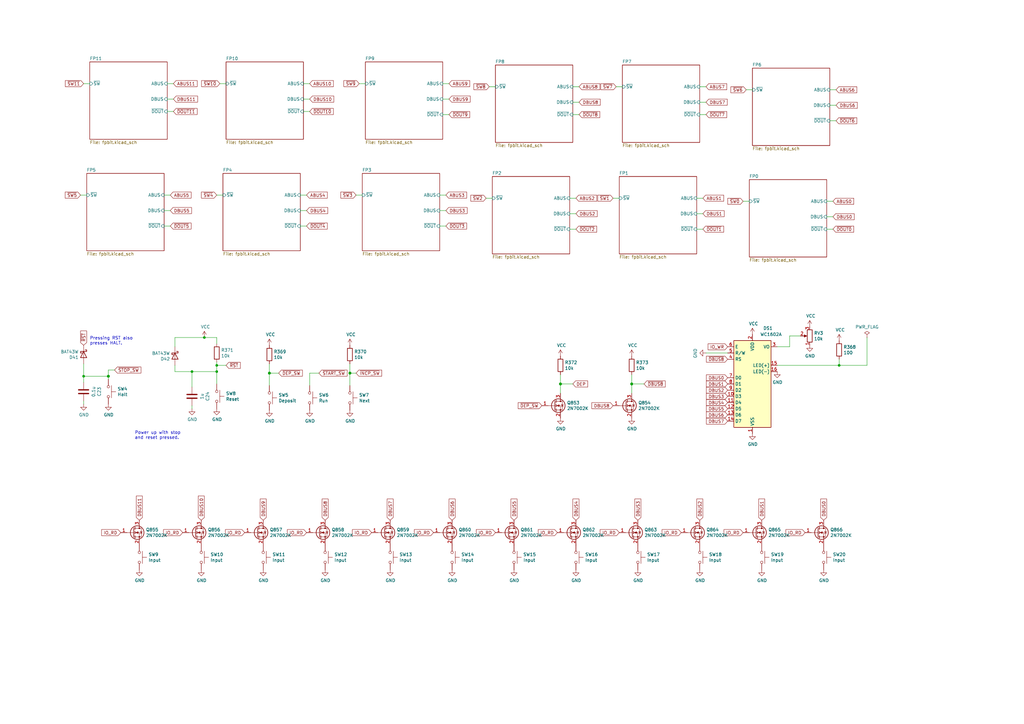
<source format=kicad_sch>
(kicad_sch (version 20210126) (generator eeschema)
  (paper "A3")
  (title_block (title "Q2 Front Panel") (date "2021-02-05") (rev "1") (company "joewing.net"))
  (lib_symbols
    (symbol "Device:C" (pin_numbers hide) (pin_names (offset 0.254))
      (property "Reference" "C" (at 0.635 2.54 0))
      (property "Value" "C" (at 0.635 -2.54 0))
      (symbol "C_0_1"
        (polyline (pts (xy -2.032 -0.762) (xy 2.032 -0.762)) (stroke (width 0.508)))
        (polyline (pts (xy -2.032 0.762) (xy 2.032 0.762)) (stroke (width 0.508)))
      )
      (symbol "C_1_1"
        (pin passive line (at 0 3.81 270) (length 2.794) (name "~") (number "1"))
        (pin passive line (at 0 -3.81 90) (length 2.794) (name "~") (number "2"))
      )
    )
    (symbol "Device:R" (pin_numbers hide) (pin_names (offset 0))
      (property "Reference" "R" (at 2.032 0 90))
      (property "Value" "R" (at 0 0 90))
      (symbol "R_0_1"
        (rectangle (start -1.016 -2.54) (end 1.016 2.54) (stroke (width 0.254)))
      )
      (symbol "R_1_1"
        (pin passive line (at 0 3.81 270) (length 1.27) (name "~") (number "1"))
        (pin passive line (at 0 -3.81 90) (length 1.27) (name "~") (number "2"))
      )
    )
    (symbol "Device:R_Potentiometer" (pin_names (offset 1.016) hide)
      (property "Reference" "RV" (at -4.445 0 90))
      (property "Value" "R_Potentiometer" (at -2.54 0 90))
      (symbol "R_Potentiometer_0_1"
        (rectangle (start 1.016 2.54) (end -1.016 -2.54) (stroke (width 0.254)))
        (polyline (pts (xy 2.54 0) (xy 1.524 0)))
        (polyline (pts (xy 1.143 0) (xy 2.286 0.508) (xy 2.286 -0.508) (xy 1.143 0)) (fill (type outline)))
      )
      (symbol "R_Potentiometer_1_1"
        (pin passive line (at 0 3.81 270) (length 1.27) (name "1") (number "1"))
        (pin passive line (at 3.81 0 180) (length 1.27) (name "2") (number "2"))
        (pin passive line (at 0 -3.81 90) (length 1.27) (name "3") (number "3"))
      )
    )
    (symbol "Diode:1N5819" (pin_numbers hide) (pin_names (offset 1.016) hide)
      (property "Reference" "D" (at 0 2.54 0))
      (property "Value" "1N5819" (at 0 -2.54 0))
      (symbol "1N5819_0_1"
        (polyline (pts (xy 1.27 0) (xy -1.27 0)))
        (polyline (pts (xy 1.27 1.27) (xy 1.27 -1.27) (xy -1.27 0) (xy 1.27 1.27)) (stroke (width 0.254)))
        (polyline (pts (xy -1.905 0.635) (xy -1.905 1.27) (xy -1.27 1.27) (xy -1.27 -1.27) (xy -0.635 -1.27) (xy -0.635 -0.635)) (stroke (width 0.254)))
      )
      (symbol "1N5819_1_1"
        (pin passive line (at -3.81 0 0) (length 2.54) (name "K") (number "1"))
        (pin passive line (at 3.81 0 180) (length 2.54) (name "A") (number "2"))
      )
    )
    (symbol "Display_Character:WC1602A"
      (property "Reference" "DS" (at -5.842 19.05 0))
      (property "Value" "WC1602A" (at 5.334 19.05 0))
      (symbol "WC1602A_1_1"
        (rectangle (start -7.62 17.78) (end 7.62 -17.78) (stroke (width 0.254)) (fill (type background)))
        (pin power_in line (at 0 -20.32 90) (length 2.54) (name "VSS") (number "1"))
        (pin input line (at -10.16 -5.08 0) (length 2.54) (name "D3") (number "10"))
        (pin input line (at -10.16 -7.62 0) (length 2.54) (name "D4") (number "11"))
        (pin input line (at -10.16 -10.16 0) (length 2.54) (name "D5") (number "12"))
        (pin input line (at -10.16 -12.7 0) (length 2.54) (name "D6") (number "13"))
        (pin input line (at -10.16 -15.24 0) (length 2.54) (name "D7") (number "14"))
        (pin power_in line (at 10.16 7.62 180) (length 2.54) (name "LED(+)") (number "15"))
        (pin power_in line (at 10.16 5.08 180) (length 2.54) (name "LED(-)") (number "16"))
        (pin power_in line (at 0 20.32 270) (length 2.54) (name "VDD") (number "2"))
        (pin input line (at 10.16 15.24 180) (length 2.54) (name "VO") (number "3"))
        (pin input line (at -10.16 10.16 0) (length 2.54) (name "RS") (number "4"))
        (pin input line (at -10.16 12.7 0) (length 2.54) (name "R/W") (number "5"))
        (pin input line (at -10.16 15.24 0) (length 2.54) (name "E") (number "6"))
        (pin input line (at -10.16 2.54 0) (length 2.54) (name "D0") (number "7"))
        (pin input line (at -10.16 0 0) (length 2.54) (name "D1") (number "8"))
        (pin input line (at -10.16 -2.54 0) (length 2.54) (name "D2") (number "9"))
      )
    )
    (symbol "Switch:SW_Push" (pin_numbers hide) (pin_names (offset 1.016) hide)
      (property "Reference" "SW" (at 1.27 2.54 0))
      (property "Value" "SW_Push" (at 0 -1.524 0))
      (symbol "SW_Push_0_1"
        (circle (center -2.032 0) (radius 0.508))
        (circle (center 2.032 0) (radius 0.508))
        (polyline (pts (xy 0 1.27) (xy 0 3.048)))
        (polyline (pts (xy 2.54 1.27) (xy -2.54 1.27)))
        (pin passive line (at -5.08 0 0) (length 2.54) (name "1") (number "1"))
        (pin passive line (at 5.08 0 180) (length 2.54) (name "2") (number "2"))
      )
    )
    (symbol "Transistor_FET:2N7002" (pin_names hide)
      (property "Reference" "Q" (at 5.08 1.905 0))
      (property "Value" "2N7002" (at 5.08 0 0))
      (symbol "2N7002_0_1"
        (circle (center 1.651 0) (radius 2.794) (stroke (width 0.254)))
        (circle (center 2.54 -1.778) (radius 0.254) (fill (type outline)))
        (circle (center 2.54 1.778) (radius 0.254) (fill (type outline)))
        (polyline (pts (xy 0.254 0) (xy -2.54 0)))
        (polyline (pts (xy 0.254 1.905) (xy 0.254 -1.905)) (stroke (width 0.254)))
        (polyline (pts (xy 0.762 -1.27) (xy 0.762 -2.286)) (stroke (width 0.254)))
        (polyline (pts (xy 0.762 0.508) (xy 0.762 -0.508)) (stroke (width 0.254)))
        (polyline (pts (xy 0.762 2.286) (xy 0.762 1.27)) (stroke (width 0.254)))
        (polyline (pts (xy 2.54 2.54) (xy 2.54 1.778)))
        (polyline (pts (xy 2.54 -2.54) (xy 2.54 0) (xy 0.762 0)))
        (polyline (pts (xy 0.762 -1.778) (xy 3.302 -1.778) (xy 3.302 1.778) (xy 0.762 1.778)))
        (polyline (pts (xy 1.016 0) (xy 2.032 0.381) (xy 2.032 -0.381) (xy 1.016 0)) (fill (type outline)))
        (polyline (pts (xy 2.794 0.508) (xy 2.921 0.381) (xy 3.683 0.381) (xy 3.81 0.254)))
        (polyline (pts (xy 3.302 0.381) (xy 2.921 -0.254) (xy 3.683 -0.254) (xy 3.302 0.381)))
      )
      (symbol "2N7002_1_1"
        (pin input line (at -5.08 0 0) (length 2.54) (name "G") (number "1"))
        (pin passive line (at 2.54 -5.08 90) (length 2.54) (name "S") (number "2"))
        (pin passive line (at 2.54 5.08 270) (length 2.54) (name "D") (number "3"))
      )
    )
    (symbol "power:GND" (power) (pin_names (offset 0))
      (property "Value" "GND" (at 0 -3.81 0))
      (symbol "GND_0_1"
        (polyline (pts (xy 0 0) (xy 0 -1.27) (xy 1.27 -1.27) (xy 0 -2.54) (xy -1.27 -1.27) (xy 0 -1.27)))
      )
      (symbol "GND_1_1"
        (pin power_in line (at 0 0 270) (length 0) hide (name "GND") (number "1"))
      )
    )
    (symbol "power:PWR_FLAG" (power) (pin_numbers hide) (pin_names (offset 0) hide)
      (property "Value" "PWR_FLAG" (at 0 3.81 0))
      (symbol "PWR_FLAG_0_0"
        (pin power_out line (at 0 0 90) (length 0) (name "pwr") (number "1"))
      )
      (symbol "PWR_FLAG_0_1"
        (polyline (pts (xy 0 0) (xy 0 1.27) (xy -1.016 1.905) (xy 0 2.54) (xy 1.016 1.905) (xy 0 1.27)))
      )
    )
    (symbol "power:VCC" (power) (pin_names (offset 0))
      (property "Value" "VCC" (at 0 3.81 0))
      (symbol "VCC_0_1"
        (polyline (pts (xy -0.762 1.27) (xy 0 2.54)))
        (polyline (pts (xy 0 0) (xy 0 2.54)))
        (polyline (pts (xy 0 2.54) (xy 0.762 1.27)))
      )
      (symbol "VCC_1_1"
        (pin power_in line (at 0 0 90) (length 0) hide (name "VCC") (number "1"))
      )
    )
  )
  (junction (at 34.29 154.305) (diameter 0.9144))
  (junction (at 44.45 154.305) (diameter 1.016))
  (junction (at 78.74 152.4) (diameter 0.9144))
  (junction (at 83.82 138.43) (diameter 0.9144))
  (junction (at 88.9 149.86) (diameter 0.9144))
  (junction (at 88.9 152.4) (diameter 0.9144))
  (junction (at 110.49 153.035) (diameter 1.016))
  (junction (at 143.51 153.035) (diameter 1.016))
  (junction (at 229.87 157.48) (diameter 1.016))
  (junction (at 259.08 157.48) (diameter 1.016))
  (junction (at 344.17 149.86) (diameter 0.9144))
  (wire (pts (xy 33.02 80.01) (xy 35.56 80.01)))
  (wire (pts (xy 34.29 34.29) (xy 36.83 34.29)))
  (wire (pts (xy 34.29 149.225) (xy 34.29 154.305)))
  (wire (pts (xy 34.29 154.305) (xy 34.29 156.845)))
  (wire (pts (xy 34.29 154.305) (xy 44.45 154.305)))
  (wire (pts (xy 34.29 164.465) (xy 34.29 165.735)))
  (wire (pts (xy 44.45 151.765) (xy 44.45 154.305)))
  (wire (pts (xy 44.45 151.765) (xy 46.99 151.765)))
  (wire (pts (xy 44.45 154.305) (xy 44.45 155.575)))
  (wire (pts (xy 67.31 92.71) (xy 69.85 92.71)))
  (wire (pts (xy 68.58 45.72) (xy 71.12 45.72)))
  (wire (pts (xy 69.85 80.01) (xy 67.31 80.01)))
  (wire (pts (xy 69.85 86.36) (xy 67.31 86.36)))
  (wire (pts (xy 71.12 34.29) (xy 68.58 34.29)))
  (wire (pts (xy 71.12 40.64) (xy 68.58 40.64)))
  (wire (pts (xy 71.755 138.43) (xy 83.82 138.43)))
  (wire (pts (xy 71.755 142.24) (xy 71.755 138.43)))
  (wire (pts (xy 71.755 149.86) (xy 71.755 152.4)))
  (wire (pts (xy 78.74 152.4) (xy 71.755 152.4)))
  (wire (pts (xy 78.74 152.4) (xy 78.74 158.75)))
  (wire (pts (xy 78.74 152.4) (xy 88.9 152.4)))
  (wire (pts (xy 78.74 166.37) (xy 78.74 167.64)))
  (wire (pts (xy 83.82 138.43) (xy 88.9 138.43)))
  (wire (pts (xy 88.9 80.01) (xy 91.44 80.01)))
  (wire (pts (xy 88.9 138.43) (xy 88.9 140.97)))
  (wire (pts (xy 88.9 148.59) (xy 88.9 149.86)))
  (wire (pts (xy 88.9 149.86) (xy 88.9 152.4)))
  (wire (pts (xy 88.9 149.86) (xy 92.71 149.86)))
  (wire (pts (xy 88.9 152.4) (xy 88.9 157.48)))
  (wire (pts (xy 90.17 34.29) (xy 92.71 34.29)))
  (wire (pts (xy 110.49 153.035) (xy 110.49 149.225)))
  (wire (pts (xy 110.49 153.035) (xy 110.49 158.115)))
  (wire (pts (xy 110.49 153.035) (xy 114.3 153.035)))
  (wire (pts (xy 123.19 92.71) (xy 125.73 92.71)))
  (wire (pts (xy 124.46 45.72) (xy 127 45.72)))
  (wire (pts (xy 125.73 80.01) (xy 123.19 80.01)))
  (wire (pts (xy 125.73 86.36) (xy 123.19 86.36)))
  (wire (pts (xy 127 34.29) (xy 124.46 34.29)))
  (wire (pts (xy 127 40.64) (xy 124.46 40.64)))
  (wire (pts (xy 127 153.035) (xy 127 158.115)))
  (wire (pts (xy 130.81 153.035) (xy 127 153.035)))
  (wire (pts (xy 143.51 149.225) (xy 143.51 153.035)))
  (wire (pts (xy 143.51 153.035) (xy 143.51 158.115)))
  (wire (pts (xy 146.05 80.01) (xy 148.59 80.01)))
  (wire (pts (xy 146.05 153.035) (xy 143.51 153.035)))
  (wire (pts (xy 147.32 34.29) (xy 149.86 34.29)))
  (wire (pts (xy 180.34 92.71) (xy 182.88 92.71)))
  (wire (pts (xy 181.61 46.99) (xy 184.15 46.99)))
  (wire (pts (xy 182.88 80.01) (xy 180.34 80.01)))
  (wire (pts (xy 182.88 86.36) (xy 180.34 86.36)))
  (wire (pts (xy 184.15 34.29) (xy 181.61 34.29)))
  (wire (pts (xy 184.15 40.64) (xy 181.61 40.64)))
  (wire (pts (xy 199.39 81.28) (xy 201.93 81.28)))
  (wire (pts (xy 200.66 35.56) (xy 203.2 35.56)))
  (wire (pts (xy 229.87 153.67) (xy 229.87 157.48)))
  (wire (pts (xy 229.87 157.48) (xy 229.87 161.29)))
  (wire (pts (xy 229.87 157.48) (xy 234.95 157.48)))
  (wire (pts (xy 233.68 93.98) (xy 236.22 93.98)))
  (wire (pts (xy 234.95 46.99) (xy 237.49 46.99)))
  (wire (pts (xy 236.22 81.28) (xy 233.68 81.28)))
  (wire (pts (xy 236.22 87.63) (xy 233.68 87.63)))
  (wire (pts (xy 237.49 35.56) (xy 234.95 35.56)))
  (wire (pts (xy 237.49 41.91) (xy 234.95 41.91)))
  (wire (pts (xy 251.46 81.28) (xy 254 81.28)))
  (wire (pts (xy 252.73 35.56) (xy 255.27 35.56)))
  (wire (pts (xy 259.08 153.67) (xy 259.08 157.48)))
  (wire (pts (xy 259.08 157.48) (xy 259.08 161.29)))
  (wire (pts (xy 259.08 157.48) (xy 264.16 157.48)))
  (wire (pts (xy 285.75 93.98) (xy 288.29 93.98)))
  (wire (pts (xy 287.02 46.99) (xy 289.56 46.99)))
  (wire (pts (xy 288.29 81.28) (xy 285.75 81.28)))
  (wire (pts (xy 288.29 87.63) (xy 285.75 87.63)))
  (wire (pts (xy 289.56 35.56) (xy 287.02 35.56)))
  (wire (pts (xy 289.56 41.91) (xy 287.02 41.91)))
  (wire (pts (xy 289.56 144.78) (xy 298.45 144.78)))
  (wire (pts (xy 304.8 82.55) (xy 307.34 82.55)))
  (wire (pts (xy 306.07 36.83) (xy 308.61 36.83)))
  (wire (pts (xy 318.77 142.24) (xy 323.85 142.24)))
  (wire (pts (xy 318.77 149.86) (xy 344.17 149.86)))
  (wire (pts (xy 323.85 137.795) (xy 328.295 137.795)))
  (wire (pts (xy 323.85 142.24) (xy 323.85 137.795)))
  (wire (pts (xy 339.09 93.98) (xy 341.63 93.98)))
  (wire (pts (xy 340.36 49.53) (xy 342.9 49.53)))
  (wire (pts (xy 341.63 82.55) (xy 339.09 82.55)))
  (wire (pts (xy 341.63 88.9) (xy 339.09 88.9)))
  (wire (pts (xy 342.9 36.83) (xy 340.36 36.83)))
  (wire (pts (xy 342.9 43.18) (xy 340.36 43.18)))
  (wire (pts (xy 344.17 149.86) (xy 344.17 147.32)))
  (wire (pts (xy 344.17 149.86) (xy 355.6 149.86)))
  (wire (pts (xy 355.6 149.86) (xy 355.6 138.43)))
  (text "Pressing RST also\npresses HALT." (at 36.83 141.605 0) (effects (font (size 1.27 1.27)) (justify left bottom)))
  (text "Power up with stop\nand reset pressed." (at 55.245 180.34 0) (effects (font (size 1.27 1.27)) (justify left bottom)))
  (global_label "~SW5" (shape input) (at 33.02 80.01 180) (property "Intersheet References" "${INTERSHEET_REFS}" (effects hide)))
  (global_label "~SW11" (shape input) (at 34.29 34.29 180) (property "Intersheet References" "${INTERSHEET_REFS}" (effects hide)))
  (global_label "~RST" (shape input) (at 34.29 141.605 90) (property "Intersheet References" "${INTERSHEET_REFS}" (effects hide)))
  (global_label "~STOP_SW" (shape input) (at 46.99 151.765 0) (property "Intersheet References" "${INTERSHEET_REFS}" (effects hide)))
  (global_label "IO_RD" (shape input) (at 49.53 218.44 180) (property "Intersheet References" "${INTERSHEET_REFS}" (effects hide)))
  (global_label "DBUS11" (shape input) (at 57.15 213.36 90) (property "Intersheet References" "${INTERSHEET_REFS}" (effects hide)))
  (global_label "ABUS5" (shape input) (at 69.85 80.01 0) (property "Intersheet References" "${INTERSHEET_REFS}" (effects hide)))
  (global_label "DBUS5" (shape input) (at 69.85 86.36 0) (property "Intersheet References" "${INTERSHEET_REFS}" (effects hide)))
  (global_label "~DOUT5" (shape input) (at 69.85 92.71 0) (property "Intersheet References" "${INTERSHEET_REFS}" (effects hide)))
  (global_label "ABUS11" (shape input) (at 71.12 34.29 0) (property "Intersheet References" "${INTERSHEET_REFS}" (effects hide)))
  (global_label "DBUS11" (shape input) (at 71.12 40.64 0) (property "Intersheet References" "${INTERSHEET_REFS}" (effects hide)))
  (global_label "~DOUT11" (shape input) (at 71.12 45.72 0) (property "Intersheet References" "${INTERSHEET_REFS}" (effects hide)))
  (global_label "IO_RD" (shape input) (at 74.93 218.44 180) (property "Intersheet References" "${INTERSHEET_REFS}" (effects hide)))
  (global_label "DBUS10" (shape input) (at 82.55 213.36 90) (property "Intersheet References" "${INTERSHEET_REFS}" (effects hide)))
  (global_label "~SW4" (shape input) (at 88.9 80.01 180) (property "Intersheet References" "${INTERSHEET_REFS}" (effects hide)))
  (global_label "~SW10" (shape input) (at 90.17 34.29 180) (property "Intersheet References" "${INTERSHEET_REFS}" (effects hide)))
  (global_label "~RST" (shape input) (at 92.71 149.86 0) (property "Intersheet References" "${INTERSHEET_REFS}" (effects hide)))
  (global_label "IO_RD" (shape input) (at 100.33 218.44 180) (property "Intersheet References" "${INTERSHEET_REFS}" (effects hide)))
  (global_label "DBUS9" (shape input) (at 107.95 213.36 90) (property "Intersheet References" "${INTERSHEET_REFS}" (effects hide)))
  (global_label "~DEP_SW" (shape input) (at 114.3 153.035 0) (property "Intersheet References" "${INTERSHEET_REFS}" (effects hide)))
  (global_label "ABUS4" (shape input) (at 125.73 80.01 0) (property "Intersheet References" "${INTERSHEET_REFS}" (effects hide)))
  (global_label "DBUS4" (shape input) (at 125.73 86.36 0) (property "Intersheet References" "${INTERSHEET_REFS}" (effects hide)))
  (global_label "~DOUT4" (shape input) (at 125.73 92.71 0) (property "Intersheet References" "${INTERSHEET_REFS}" (effects hide)))
  (global_label "IO_RD" (shape input) (at 125.73 218.44 180) (property "Intersheet References" "${INTERSHEET_REFS}" (effects hide)))
  (global_label "ABUS10" (shape input) (at 127 34.29 0) (property "Intersheet References" "${INTERSHEET_REFS}" (effects hide)))
  (global_label "DBUS10" (shape input) (at 127 40.64 0) (property "Intersheet References" "${INTERSHEET_REFS}" (effects hide)))
  (global_label "~DOUT10" (shape input) (at 127 45.72 0) (property "Intersheet References" "${INTERSHEET_REFS}" (effects hide)))
  (global_label "~START_SW" (shape input) (at 130.81 153.035 0) (property "Intersheet References" "${INTERSHEET_REFS}" (effects hide)))
  (global_label "DBUS8" (shape input) (at 133.35 213.36 90) (property "Intersheet References" "${INTERSHEET_REFS}" (effects hide)))
  (global_label "~SW3" (shape input) (at 146.05 80.01 180) (property "Intersheet References" "${INTERSHEET_REFS}" (effects hide)))
  (global_label "~INCP_SW" (shape input) (at 146.05 153.035 0) (property "Intersheet References" "${INTERSHEET_REFS}" (effects hide)))
  (global_label "~SW9" (shape input) (at 147.32 34.29 180) (property "Intersheet References" "${INTERSHEET_REFS}" (effects hide)))
  (global_label "IO_RD" (shape input) (at 152.4 218.44 180) (property "Intersheet References" "${INTERSHEET_REFS}" (effects hide)))
  (global_label "DBUS7" (shape input) (at 160.02 213.36 90) (property "Intersheet References" "${INTERSHEET_REFS}" (effects hide)))
  (global_label "IO_RD" (shape input) (at 177.8 218.44 180) (property "Intersheet References" "${INTERSHEET_REFS}" (effects hide)))
  (global_label "ABUS3" (shape input) (at 182.88 80.01 0) (property "Intersheet References" "${INTERSHEET_REFS}" (effects hide)))
  (global_label "DBUS3" (shape input) (at 182.88 86.36 0) (property "Intersheet References" "${INTERSHEET_REFS}" (effects hide)))
  (global_label "~DOUT3" (shape input) (at 182.88 92.71 0) (property "Intersheet References" "${INTERSHEET_REFS}" (effects hide)))
  (global_label "ABUS9" (shape input) (at 184.15 34.29 0) (property "Intersheet References" "${INTERSHEET_REFS}" (effects hide)))
  (global_label "DBUS9" (shape input) (at 184.15 40.64 0) (property "Intersheet References" "${INTERSHEET_REFS}" (effects hide)))
  (global_label "~DOUT9" (shape input) (at 184.15 46.99 0) (property "Intersheet References" "${INTERSHEET_REFS}" (effects hide)))
  (global_label "DBUS6" (shape input) (at 185.42 213.36 90) (property "Intersheet References" "${INTERSHEET_REFS}" (effects hide)))
  (global_label "~SW2" (shape input) (at 199.39 81.28 180) (property "Intersheet References" "${INTERSHEET_REFS}" (effects hide)))
  (global_label "~SW8" (shape input) (at 200.66 35.56 180) (property "Intersheet References" "${INTERSHEET_REFS}" (effects hide)))
  (global_label "IO_RD" (shape input) (at 203.2 218.44 180) (property "Intersheet References" "${INTERSHEET_REFS}" (effects hide)))
  (global_label "DBUS5" (shape input) (at 210.82 213.36 90) (property "Intersheet References" "${INTERSHEET_REFS}" (effects hide)))
  (global_label "~DEP_SW" (shape input) (at 222.25 166.37 180) (property "Intersheet References" "${INTERSHEET_REFS}" (effects hide)))
  (global_label "IO_RD" (shape input) (at 228.6 218.44 180) (property "Intersheet References" "${INTERSHEET_REFS}" (effects hide)))
  (global_label "DEP" (shape input) (at 234.95 157.48 0) (property "Intersheet References" "${INTERSHEET_REFS}" (effects hide)))
  (global_label "ABUS2" (shape input) (at 236.22 81.28 0) (property "Intersheet References" "${INTERSHEET_REFS}" (effects hide)))
  (global_label "DBUS2" (shape input) (at 236.22 87.63 0) (property "Intersheet References" "${INTERSHEET_REFS}" (effects hide)))
  (global_label "~DOUT2" (shape input) (at 236.22 93.98 0) (property "Intersheet References" "${INTERSHEET_REFS}" (effects hide)))
  (global_label "DBUS4" (shape input) (at 236.22 213.36 90) (property "Intersheet References" "${INTERSHEET_REFS}" (effects hide)))
  (global_label "ABUS8" (shape input) (at 237.49 35.56 0) (property "Intersheet References" "${INTERSHEET_REFS}" (effects hide)))
  (global_label "DBUS8" (shape input) (at 237.49 41.91 0) (property "Intersheet References" "${INTERSHEET_REFS}" (effects hide)))
  (global_label "~DOUT8" (shape input) (at 237.49 46.99 0) (property "Intersheet References" "${INTERSHEET_REFS}" (effects hide)))
  (global_label "~SW1" (shape input) (at 251.46 81.28 180) (property "Intersheet References" "${INTERSHEET_REFS}" (effects hide)))
  (global_label "DBUS8" (shape input) (at 251.46 166.37 180) (property "Intersheet References" "${INTERSHEET_REFS}" (effects hide)))
  (global_label "~SW7" (shape input) (at 252.73 35.56 180) (property "Intersheet References" "${INTERSHEET_REFS}" (effects hide)))
  (global_label "IO_RD" (shape input) (at 254 218.44 180) (property "Intersheet References" "${INTERSHEET_REFS}" (effects hide)))
  (global_label "DBUS3" (shape input) (at 261.62 213.36 90) (property "Intersheet References" "${INTERSHEET_REFS}" (effects hide)))
  (global_label "~DBUS8" (shape input) (at 264.16 157.48 0) (property "Intersheet References" "${INTERSHEET_REFS}" (effects hide)))
  (global_label "IO_RD" (shape input) (at 279.4 218.44 180) (property "Intersheet References" "${INTERSHEET_REFS}" (effects hide)))
  (global_label "DBUS2" (shape input) (at 287.02 213.36 90) (property "Intersheet References" "${INTERSHEET_REFS}" (effects hide)))
  (global_label "ABUS1" (shape input) (at 288.29 81.28 0) (property "Intersheet References" "${INTERSHEET_REFS}" (effects hide)))
  (global_label "DBUS1" (shape input) (at 288.29 87.63 0) (property "Intersheet References" "${INTERSHEET_REFS}" (effects hide)))
  (global_label "~DOUT1" (shape input) (at 288.29 93.98 0) (property "Intersheet References" "${INTERSHEET_REFS}" (effects hide)))
  (global_label "ABUS7" (shape input) (at 289.56 35.56 0) (property "Intersheet References" "${INTERSHEET_REFS}" (effects hide)))
  (global_label "DBUS7" (shape input) (at 289.56 41.91 0) (property "Intersheet References" "${INTERSHEET_REFS}" (effects hide)))
  (global_label "~DOUT7" (shape input) (at 289.56 46.99 0) (property "Intersheet References" "${INTERSHEET_REFS}" (effects hide)))
  (global_label "IO_WR" (shape input) (at 298.45 142.24 180) (property "Intersheet References" "${INTERSHEET_REFS}" (effects hide)))
  (global_label "~DBUS8" (shape input) (at 298.45 147.32 180) (property "Intersheet References" "${INTERSHEET_REFS}" (effects hide)))
  (global_label "DBUS0" (shape input) (at 298.45 154.94 180) (property "Intersheet References" "${INTERSHEET_REFS}" (effects hide)))
  (global_label "DBUS1" (shape input) (at 298.45 157.48 180) (property "Intersheet References" "${INTERSHEET_REFS}" (effects hide)))
  (global_label "DBUS2" (shape input) (at 298.45 160.02 180) (property "Intersheet References" "${INTERSHEET_REFS}" (effects hide)))
  (global_label "DBUS3" (shape input) (at 298.45 162.56 180) (property "Intersheet References" "${INTERSHEET_REFS}" (effects hide)))
  (global_label "DBUS4" (shape input) (at 298.45 165.1 180) (property "Intersheet References" "${INTERSHEET_REFS}" (effects hide)))
  (global_label "DBUS5" (shape input) (at 298.45 167.64 180) (property "Intersheet References" "${INTERSHEET_REFS}" (effects hide)))
  (global_label "DBUS6" (shape input) (at 298.45 170.18 180) (property "Intersheet References" "${INTERSHEET_REFS}" (effects hide)))
  (global_label "DBUS7" (shape input) (at 298.45 172.72 180) (property "Intersheet References" "${INTERSHEET_REFS}" (effects hide)))
  (global_label "~SW0" (shape input) (at 304.8 82.55 180) (property "Intersheet References" "${INTERSHEET_REFS}" (effects hide)))
  (global_label "IO_RD" (shape input) (at 304.8 218.44 180) (property "Intersheet References" "${INTERSHEET_REFS}" (effects hide)))
  (global_label "~SW6" (shape input) (at 306.07 36.83 180) (property "Intersheet References" "${INTERSHEET_REFS}" (effects hide)))
  (global_label "DBUS1" (shape input) (at 312.42 213.36 90) (property "Intersheet References" "${INTERSHEET_REFS}" (effects hide)))
  (global_label "IO_RD" (shape input) (at 330.2 218.44 180) (property "Intersheet References" "${INTERSHEET_REFS}" (effects hide)))
  (global_label "DBUS0" (shape input) (at 337.82 213.36 90) (property "Intersheet References" "${INTERSHEET_REFS}" (effects hide)))
  (global_label "ABUS0" (shape input) (at 341.63 82.55 0) (property "Intersheet References" "${INTERSHEET_REFS}" (effects hide)))
  (global_label "DBUS0" (shape input) (at 341.63 88.9 0) (property "Intersheet References" "${INTERSHEET_REFS}" (effects hide)))
  (global_label "~DOUT0" (shape input) (at 341.63 93.98 0) (property "Intersheet References" "${INTERSHEET_REFS}" (effects hide)))
  (global_label "ABUS6" (shape input) (at 342.9 36.83 0) (property "Intersheet References" "${INTERSHEET_REFS}" (effects hide)))
  (global_label "DBUS6" (shape input) (at 342.9 43.18 0) (property "Intersheet References" "${INTERSHEET_REFS}" (effects hide)))
  (global_label "~DOUT6" (shape input) (at 342.9 49.53 0) (property "Intersheet References" "${INTERSHEET_REFS}" (effects hide)))
  (symbol (lib_id "power:PWR_FLAG") (at 355.6 138.43 0) (unit 1)
    (property "Reference" "#FLG02" (effects hide))
    (property "Value" "PWR_FLAG" (at 355.6 134.1056 0))
  )
  (symbol (lib_id "power:VCC") (at 83.82 138.43 0) (unit 1)
    (property "Reference" "#PWR0731" (effects hide))
    (property "Value" "VCC" (at 84.2518 134.0358 0))
  )
  (symbol (lib_id "power:VCC") (at 110.49 141.605 0) (unit 1)
    (property "Reference" "#PWR0733" (effects hide))
    (property "Value" "VCC" (at 110.9218 137.2108 0))
  )
  (symbol (lib_id "power:VCC") (at 143.51 141.605 0) (unit 1)
    (property "Reference" "#PWR0734" (effects hide))
    (property "Value" "VCC" (at 143.9418 137.2108 0))
  )
  (symbol (lib_id "power:VCC") (at 229.87 146.05 0) (unit 1)
    (property "Reference" "#PWR0737" (effects hide))
    (property "Value" "VCC" (at 230.3018 141.6558 0))
  )
  (symbol (lib_id "power:VCC") (at 259.08 146.05 0) (unit 1)
    (property "Reference" "#PWR0738" (effects hide))
    (property "Value" "VCC" (at 259.5118 141.6558 0))
  )
  (symbol (lib_id "power:VCC") (at 308.61 137.16 0) (unit 1)
    (property "Reference" "#PWR0730" (effects hide))
    (property "Value" "VCC" (at 309.0418 132.7658 0))
  )
  (symbol (lib_id "power:VCC") (at 332.105 133.985 0) (unit 1)
    (property "Reference" "#PWR0729" (effects hide))
    (property "Value" "VCC" (at 332.5368 129.5908 0))
  )
  (symbol (lib_id "power:VCC") (at 344.17 139.7 0) (unit 1)
    (property "Reference" "#PWR0732" (effects hide))
    (property "Value" "VCC" (at 344.6018 135.3058 0))
  )
  (symbol (lib_id "power:GND") (at 34.29 165.735 0) (unit 1)
    (property "Reference" "#PWR0740" (effects hide))
    (property "Value" "GND" (at 34.417 170.1292 0))
  )
  (symbol (lib_id "power:GND") (at 44.45 165.735 0) (unit 1)
    (property "Reference" "#PWR0741" (effects hide))
    (property "Value" "GND" (at 44.577 170.1292 0))
  )
  (symbol (lib_id "power:GND") (at 57.15 233.68 0) (unit 1)
    (property "Reference" "#PWR0751" (effects hide))
    (property "Value" "GND" (at 57.277 238.0742 0))
  )
  (symbol (lib_id "power:GND") (at 78.74 167.64 0) (unit 1)
    (property "Reference" "#PWR0746" (effects hide))
    (property "Value" "GND" (at 78.867 172.0342 0))
  )
  (symbol (lib_id "power:GND") (at 82.55 233.68 0) (unit 1)
    (property "Reference" "#PWR0752" (effects hide))
    (property "Value" "GND" (at 82.677 238.0742 0))
  )
  (symbol (lib_id "power:GND") (at 88.9 167.64 0) (unit 1)
    (property "Reference" "#PWR0747" (effects hide))
    (property "Value" "GND" (at 89.027 172.0342 0))
  )
  (symbol (lib_id "power:GND") (at 107.95 233.68 0) (unit 1)
    (property "Reference" "#PWR0753" (effects hide))
    (property "Value" "GND" (at 108.077 238.0742 0))
  )
  (symbol (lib_id "power:GND") (at 110.49 168.275 0) (unit 1)
    (property "Reference" "#PWR0743" (effects hide))
    (property "Value" "GND" (at 110.617 172.6692 0))
  )
  (symbol (lib_id "power:GND") (at 127 168.275 0) (unit 1)
    (property "Reference" "#PWR0744" (effects hide))
    (property "Value" "GND" (at 127.127 172.6692 0))
  )
  (symbol (lib_id "power:GND") (at 133.35 233.68 0) (unit 1)
    (property "Reference" "#PWR0754" (effects hide))
    (property "Value" "GND" (at 133.477 238.0742 0))
  )
  (symbol (lib_id "power:GND") (at 143.51 168.275 0) (unit 1)
    (property "Reference" "#PWR0745" (effects hide))
    (property "Value" "GND" (at 143.637 172.6692 0))
  )
  (symbol (lib_id "power:GND") (at 160.02 233.68 0) (unit 1)
    (property "Reference" "#PWR0755" (effects hide))
    (property "Value" "GND" (at 160.147 238.0742 0))
  )
  (symbol (lib_id "power:GND") (at 185.42 233.68 0) (unit 1)
    (property "Reference" "#PWR0756" (effects hide))
    (property "Value" "GND" (at 185.547 238.0742 0))
  )
  (symbol (lib_id "power:GND") (at 210.82 233.68 0) (unit 1)
    (property "Reference" "#PWR0757" (effects hide))
    (property "Value" "GND" (at 210.947 238.0742 0))
  )
  (symbol (lib_id "power:GND") (at 229.87 171.45 0) (unit 1)
    (property "Reference" "#PWR0748" (effects hide))
    (property "Value" "GND" (at 229.997 175.8442 0))
  )
  (symbol (lib_id "power:GND") (at 236.22 233.68 0) (unit 1)
    (property "Reference" "#PWR0758" (effects hide))
    (property "Value" "GND" (at 236.347 238.0742 0))
  )
  (symbol (lib_id "power:GND") (at 259.08 171.45 0) (unit 1)
    (property "Reference" "#PWR0749" (effects hide))
    (property "Value" "GND" (at 259.207 175.8442 0))
  )
  (symbol (lib_id "power:GND") (at 261.62 233.68 0) (unit 1)
    (property "Reference" "#PWR0759" (effects hide))
    (property "Value" "GND" (at 261.747 238.0742 0))
  )
  (symbol (lib_id "power:GND") (at 287.02 233.68 0) (unit 1)
    (property "Reference" "#PWR0760" (effects hide))
    (property "Value" "GND" (at 287.147 238.0742 0))
  )
  (symbol (lib_id "power:GND") (at 289.56 144.78 270) (unit 1)
    (property "Reference" "#PWR0736" (effects hide))
    (property "Value" "GND" (at 285.1658 144.907 0))
  )
  (symbol (lib_id "power:GND") (at 308.61 177.8 0) (unit 1)
    (property "Reference" "#PWR0750" (effects hide))
    (property "Value" "GND" (at 308.737 182.1942 0))
  )
  (symbol (lib_id "power:GND") (at 312.42 233.68 0) (unit 1)
    (property "Reference" "#PWR0761" (effects hide))
    (property "Value" "GND" (at 312.547 238.0742 0))
  )
  (symbol (lib_id "power:GND") (at 318.77 152.4 0) (unit 1)
    (property "Reference" "#PWR0739" (effects hide))
    (property "Value" "GND" (at 318.897 156.7942 0))
  )
  (symbol (lib_id "power:GND") (at 332.105 141.605 0) (unit 1)
    (property "Reference" "#PWR0735" (effects hide))
    (property "Value" "GND" (at 332.232 145.9992 0))
  )
  (symbol (lib_id "power:GND") (at 337.82 233.68 0) (unit 1)
    (property "Reference" "#PWR0762" (effects hide))
    (property "Value" "GND" (at 337.947 238.0742 0))
  )
  (symbol (lib_id "Device:R") (at 88.9 144.78 0) (unit 1)
    (property "Reference" "R371" (at 90.678 143.6116 0) (effects (justify left)))
    (property "Value" "10k" (at 90.678 145.923 0) (effects (justify left)))
    (property "Footprint" "Resistor_SMD:R_0805_2012Metric" (effects hide))
    (property "LCSC" "C17414" (effects hide))
  )
  (symbol (lib_id "Device:R") (at 110.49 145.415 0) (unit 1)
    (property "Reference" "R369" (at 112.268 144.2466 0) (effects (justify left)))
    (property "Value" "10k" (at 112.268 146.558 0) (effects (justify left)))
    (property "Footprint" "Resistor_SMD:R_0805_2012Metric" (effects hide))
    (property "LCSC" "C17414" (effects hide))
  )
  (symbol (lib_id "Device:R") (at 143.51 145.415 0) (unit 1)
    (property "Reference" "R370" (at 145.288 144.2466 0) (effects (justify left)))
    (property "Value" "10k" (at 145.288 146.558 0) (effects (justify left)))
    (property "Footprint" "Resistor_SMD:R_0805_2012Metric" (effects hide))
    (property "LCSC" "C17414" (effects hide))
  )
  (symbol (lib_id "Device:R") (at 229.87 149.86 0) (unit 1)
    (property "Reference" "R372" (at 231.648 148.6916 0) (effects (justify left)))
    (property "Value" "10k" (at 231.648 151.003 0) (effects (justify left)))
    (property "Footprint" "Resistor_SMD:R_0805_2012Metric" (effects hide))
    (property "LCSC" "C17414" (effects hide))
  )
  (symbol (lib_id "Device:R") (at 259.08 149.86 0) (unit 1)
    (property "Reference" "R373" (at 260.858 148.6916 0) (effects (justify left)))
    (property "Value" "10k" (at 260.858 151.003 0) (effects (justify left)))
    (property "Footprint" "Resistor_SMD:R_0805_2012Metric" (effects hide))
    (property "LCSC" "C17414" (effects hide))
  )
  (symbol (lib_id "Device:R") (at 344.17 143.51 0) (unit 1)
    (property "Reference" "R368" (at 345.948 142.3416 0) (effects (justify left)))
    (property "Value" "100" (at 345.948 144.653 0) (effects (justify left)))
    (property "Footprint" "Resistor_SMD:R_1206_3216Metric" (effects hide))
    (property "LCSC" "C17901" (effects hide))
  )
  (symbol (lib_id "Diode:1N5819") (at 34.29 145.415 270) (unit 1)
    (property "Reference" "D41" (at 32.2579 146.5644 90) (effects (justify right)))
    (property "Value" "BAT43W" (at 32.2579 144.2657 90) (effects (justify right)))
    (property "Footprint" "Diode_SMD:D_SOD-123" (effects hide))
    (property "Datasheet" "https://datasheet.lcsc.com/szlcsc/Changjiang-Electronics-Tech-CJ-BAT43W_C19167.pdf" (effects hide))
    (property "LCSC" "C19167" (effects hide))
  )
  (symbol (lib_id "Diode:1N5819") (at 71.755 146.05 270) (unit 1)
    (property "Reference" "D42" (at 69.7229 147.1994 90) (effects (justify right)))
    (property "Value" "BAT43W" (at 69.7229 144.9007 90) (effects (justify right)))
    (property "Footprint" "Diode_SMD:D_SOD-123" (effects hide))
    (property "Datasheet" "https://datasheet.lcsc.com/szlcsc/Changjiang-Electronics-Tech-CJ-BAT43W_C19167.pdf" (effects hide))
    (property "LCSC" "C19167" (effects hide))
  )
  (symbol (lib_id "Device:C") (at 34.29 160.655 180) (unit 1)
    (property "Reference" "C23" (at 40.6908 160.655 90))
    (property "Value" "0.1u" (at 38.379 160.655 90))
    (property "Footprint" "Capacitor_SMD:C_0805_2012Metric" (effects hide))
    (property "LCSC" "C49678" (effects hide))
  )
  (symbol (lib_id "Device:C") (at 78.74 162.56 180) (unit 1)
    (property "Reference" "C24" (at 85.1408 162.56 90))
    (property "Value" "1u" (at 82.829 162.56 90))
    (property "Footprint" "Capacitor_SMD:C_0805_2012Metric" (effects hide))
    (property "LCSC" "C28323" (effects hide))
  )
  (symbol (lib_id "Switch:SW_Push") (at 44.45 160.655 270) (unit 1)
    (property "Reference" "SW4" (at 48.2092 159.4866 90) (effects (justify left)))
    (property "Value" "Halt" (at 48.2092 161.798 90) (effects (justify left)))
    (property "Footprint" "Button_Switch_SMD:SW_SPST_PTS645" (effects hide))
    (property "LCSC" "C620316" (effects hide))
  )
  (symbol (lib_id "Switch:SW_Push") (at 57.15 228.6 270) (unit 1)
    (property "Reference" "SW9" (at 60.9092 227.4316 90) (effects (justify left)))
    (property "Value" "Input" (at 60.9092 229.743 90) (effects (justify left)))
    (property "Footprint" "Button_Switch_SMD:SW_SPST_PTS645" (effects hide))
    (property "LCSC" "C620316" (effects hide))
  )
  (symbol (lib_id "Switch:SW_Push") (at 82.55 228.6 270) (unit 1)
    (property "Reference" "SW10" (at 86.3092 227.4316 90) (effects (justify left)))
    (property "Value" "Input" (at 86.3092 229.743 90) (effects (justify left)))
    (property "Footprint" "Button_Switch_SMD:SW_SPST_PTS645" (effects hide))
    (property "LCSC" "C620316" (effects hide))
  )
  (symbol (lib_id "Switch:SW_Push") (at 88.9 162.56 270) (unit 1)
    (property "Reference" "SW8" (at 92.6592 161.3916 90) (effects (justify left)))
    (property "Value" "Reset" (at 92.6592 163.703 90) (effects (justify left)))
    (property "Footprint" "Button_Switch_SMD:SW_SPST_PTS645" (effects hide))
    (property "LCSC" "C620316" (effects hide))
  )
  (symbol (lib_id "Switch:SW_Push") (at 107.95 228.6 270) (unit 1)
    (property "Reference" "SW11" (at 111.7092 227.4316 90) (effects (justify left)))
    (property "Value" "Input" (at 111.7092 229.743 90) (effects (justify left)))
    (property "Footprint" "Button_Switch_SMD:SW_SPST_PTS645" (effects hide))
    (property "LCSC" "C620316" (effects hide))
  )
  (symbol (lib_id "Switch:SW_Push") (at 110.49 163.195 270) (unit 1)
    (property "Reference" "SW5" (at 114.2492 162.0266 90) (effects (justify left)))
    (property "Value" "Deposit" (at 114.2492 164.338 90) (effects (justify left)))
    (property "Footprint" "Button_Switch_SMD:SW_SPST_PTS645" (effects hide))
    (property "LCSC" "C620316" (effects hide))
  )
  (symbol (lib_id "Switch:SW_Push") (at 127 163.195 270) (unit 1)
    (property "Reference" "SW6" (at 130.7592 162.0266 90) (effects (justify left)))
    (property "Value" "Run" (at 130.7592 164.338 90) (effects (justify left)))
    (property "Footprint" "Button_Switch_SMD:SW_SPST_PTS645" (effects hide))
    (property "LCSC" "C620316" (effects hide))
  )
  (symbol (lib_id "Switch:SW_Push") (at 133.35 228.6 270) (unit 1)
    (property "Reference" "SW12" (at 137.1092 227.4316 90) (effects (justify left)))
    (property "Value" "Input" (at 137.1092 229.743 90) (effects (justify left)))
    (property "Footprint" "Button_Switch_SMD:SW_SPST_PTS645" (effects hide))
    (property "LCSC" "C620316" (effects hide))
  )
  (symbol (lib_id "Switch:SW_Push") (at 143.51 163.195 270) (unit 1)
    (property "Reference" "SW7" (at 147.2692 162.0266 90) (effects (justify left)))
    (property "Value" "Next" (at 147.2692 164.338 90) (effects (justify left)))
    (property "Footprint" "Button_Switch_SMD:SW_SPST_PTS645" (effects hide))
    (property "LCSC" "C620316" (effects hide))
  )
  (symbol (lib_id "Switch:SW_Push") (at 160.02 228.6 270) (unit 1)
    (property "Reference" "SW13" (at 163.7792 227.4316 90) (effects (justify left)))
    (property "Value" "Input" (at 163.7792 229.743 90) (effects (justify left)))
    (property "Footprint" "Button_Switch_SMD:SW_SPST_PTS645" (effects hide))
    (property "LCSC" "C620316" (effects hide))
  )
  (symbol (lib_id "Switch:SW_Push") (at 185.42 228.6 270) (unit 1)
    (property "Reference" "SW14" (at 189.1792 227.4316 90) (effects (justify left)))
    (property "Value" "Input" (at 189.1792 229.743 90) (effects (justify left)))
    (property "Footprint" "Button_Switch_SMD:SW_SPST_PTS645" (effects hide))
    (property "LCSC" "C620316" (effects hide))
  )
  (symbol (lib_id "Switch:SW_Push") (at 210.82 228.6 270) (unit 1)
    (property "Reference" "SW15" (at 214.5792 227.4316 90) (effects (justify left)))
    (property "Value" "Input" (at 214.5792 229.743 90) (effects (justify left)))
    (property "Footprint" "Button_Switch_SMD:SW_SPST_PTS645" (effects hide))
    (property "LCSC" "C620316" (effects hide))
  )
  (symbol (lib_id "Switch:SW_Push") (at 236.22 228.6 270) (unit 1)
    (property "Reference" "SW16" (at 239.9792 227.4316 90) (effects (justify left)))
    (property "Value" "Input" (at 239.9792 229.743 90) (effects (justify left)))
    (property "Footprint" "Button_Switch_SMD:SW_SPST_PTS645" (effects hide))
    (property "LCSC" "C620316" (effects hide))
  )
  (symbol (lib_id "Switch:SW_Push") (at 261.62 228.6 270) (unit 1)
    (property "Reference" "SW17" (at 265.3792 227.4316 90) (effects (justify left)))
    (property "Value" "Input" (at 265.3792 229.743 90) (effects (justify left)))
    (property "Footprint" "Button_Switch_SMD:SW_SPST_PTS645" (effects hide))
    (property "LCSC" "C620316" (effects hide))
  )
  (symbol (lib_id "Switch:SW_Push") (at 287.02 228.6 270) (unit 1)
    (property "Reference" "SW18" (at 290.7792 227.4316 90) (effects (justify left)))
    (property "Value" "Input" (at 290.7792 229.743 90) (effects (justify left)))
    (property "Footprint" "Button_Switch_SMD:SW_SPST_PTS645" (effects hide))
    (property "LCSC" "C620316" (effects hide))
  )
  (symbol (lib_id "Switch:SW_Push") (at 312.42 228.6 270) (unit 1)
    (property "Reference" "SW19" (at 316.1792 227.4316 90) (effects (justify left)))
    (property "Value" "Input" (at 316.1792 229.743 90) (effects (justify left)))
    (property "Footprint" "Button_Switch_SMD:SW_SPST_PTS645" (effects hide))
    (property "LCSC" "C620316" (effects hide))
  )
  (symbol (lib_id "Switch:SW_Push") (at 337.82 228.6 270) (unit 1)
    (property "Reference" "SW20" (at 341.5792 227.4316 90) (effects (justify left)))
    (property "Value" "Input" (at 341.5792 229.743 90) (effects (justify left)))
    (property "Footprint" "Button_Switch_SMD:SW_SPST_PTS645" (effects hide))
    (property "LCSC" "C620316" (effects hide))
  )
  (symbol (lib_id "Device:R_Potentiometer") (at 332.105 137.795 180) (unit 1)
    (property "Reference" "RV3" (at 333.883 136.6266 0) (effects (justify right)))
    (property "Value" "10k" (at 333.883 138.938 0) (effects (justify right)))
    (property "Footprint" "Potentiometer_THT:Potentiometer_Bourns_3386P_Vertical" (effects hide))
  )
  (symbol (lib_id "Transistor_FET:2N7002") (at 54.61 218.44 0) (unit 1)
    (property "Reference" "Q855" (at 59.8424 217.2716 0) (effects (justify left)))
    (property "Value" "2N7002K" (at 59.842 219.583 0) (effects (justify left)))
    (property "Footprint" "Package_TO_SOT_SMD:SOT-23" (effects hide))
    (property "Datasheet" "https://datasheet.lcsc.com/szlcsc/Guangdong-Hottech-2N7002K_C181083.pdf" (effects hide))
    (property "LCSC" "C181083" (effects hide))
  )
  (symbol (lib_id "Transistor_FET:2N7002") (at 80.01 218.44 0) (unit 1)
    (property "Reference" "Q856" (at 85.2424 217.2716 0) (effects (justify left)))
    (property "Value" "2N7002K" (at 85.242 219.583 0) (effects (justify left)))
    (property "Footprint" "Package_TO_SOT_SMD:SOT-23" (effects hide))
    (property "Datasheet" "https://datasheet.lcsc.com/szlcsc/Guangdong-Hottech-2N7002K_C181083.pdf" (effects hide))
    (property "LCSC" "C181083" (effects hide))
  )
  (symbol (lib_id "Transistor_FET:2N7002") (at 105.41 218.44 0) (unit 1)
    (property "Reference" "Q857" (at 110.6424 217.2716 0) (effects (justify left)))
    (property "Value" "2N7002K" (at 110.642 219.583 0) (effects (justify left)))
    (property "Footprint" "Package_TO_SOT_SMD:SOT-23" (effects hide))
    (property "Datasheet" "https://datasheet.lcsc.com/szlcsc/Guangdong-Hottech-2N7002K_C181083.pdf" (effects hide))
    (property "LCSC" "C181083" (effects hide))
  )
  (symbol (lib_id "Transistor_FET:2N7002") (at 130.81 218.44 0) (unit 1)
    (property "Reference" "Q858" (at 136.0424 217.2716 0) (effects (justify left)))
    (property "Value" "2N7002K" (at 136.042 219.583 0) (effects (justify left)))
    (property "Footprint" "Package_TO_SOT_SMD:SOT-23" (effects hide))
    (property "Datasheet" "https://datasheet.lcsc.com/szlcsc/Guangdong-Hottech-2N7002K_C181083.pdf" (effects hide))
    (property "LCSC" "C181083" (effects hide))
  )
  (symbol (lib_id "Transistor_FET:2N7002") (at 157.48 218.44 0) (unit 1)
    (property "Reference" "Q859" (at 162.7124 217.2716 0) (effects (justify left)))
    (property "Value" "2N7002K" (at 162.712 219.583 0) (effects (justify left)))
    (property "Footprint" "Package_TO_SOT_SMD:SOT-23" (effects hide))
    (property "Datasheet" "https://datasheet.lcsc.com/szlcsc/Guangdong-Hottech-2N7002K_C181083.pdf" (effects hide))
    (property "LCSC" "C181083" (effects hide))
  )
  (symbol (lib_id "Transistor_FET:2N7002") (at 182.88 218.44 0) (unit 1)
    (property "Reference" "Q860" (at 188.1124 217.2716 0) (effects (justify left)))
    (property "Value" "2N7002K" (at 188.112 219.583 0) (effects (justify left)))
    (property "Footprint" "Package_TO_SOT_SMD:SOT-23" (effects hide))
    (property "Datasheet" "https://datasheet.lcsc.com/szlcsc/Guangdong-Hottech-2N7002K_C181083.pdf" (effects hide))
    (property "LCSC" "C181083" (effects hide))
  )
  (symbol (lib_id "Transistor_FET:2N7002") (at 208.28 218.44 0) (unit 1)
    (property "Reference" "Q861" (at 213.5124 217.2716 0) (effects (justify left)))
    (property "Value" "2N7002K" (at 213.512 219.583 0) (effects (justify left)))
    (property "Footprint" "Package_TO_SOT_SMD:SOT-23" (effects hide))
    (property "Datasheet" "https://datasheet.lcsc.com/szlcsc/Guangdong-Hottech-2N7002K_C181083.pdf" (effects hide))
    (property "LCSC" "C181083" (effects hide))
  )
  (symbol (lib_id "Transistor_FET:2N7002") (at 227.33 166.37 0) (unit 1)
    (property "Reference" "Q853" (at 232.5624 165.2016 0) (effects (justify left)))
    (property "Value" "2N7002K" (at 232.562 167.513 0) (effects (justify left)))
    (property "Footprint" "Package_TO_SOT_SMD:SOT-23" (effects hide))
    (property "Datasheet" "https://datasheet.lcsc.com/szlcsc/Guangdong-Hottech-2N7002K_C181083.pdf" (effects hide))
    (property "LCSC" "C181083" (effects hide))
  )
  (symbol (lib_id "Transistor_FET:2N7002") (at 233.68 218.44 0) (unit 1)
    (property "Reference" "Q862" (at 238.9124 217.2716 0) (effects (justify left)))
    (property "Value" "2N7002K" (at 238.912 219.583 0) (effects (justify left)))
    (property "Footprint" "Package_TO_SOT_SMD:SOT-23" (effects hide))
    (property "Datasheet" "https://datasheet.lcsc.com/szlcsc/Guangdong-Hottech-2N7002K_C181083.pdf" (effects hide))
    (property "LCSC" "C181083" (effects hide))
  )
  (symbol (lib_id "Transistor_FET:2N7002") (at 256.54 166.37 0) (unit 1)
    (property "Reference" "Q854" (at 261.7724 165.2016 0) (effects (justify left)))
    (property "Value" "2N7002K" (at 261.772 167.513 0) (effects (justify left)))
    (property "Footprint" "Package_TO_SOT_SMD:SOT-23" (effects hide))
    (property "Datasheet" "https://datasheet.lcsc.com/szlcsc/Guangdong-Hottech-2N7002K_C181083.pdf" (effects hide))
    (property "LCSC" "C181083" (effects hide))
  )
  (symbol (lib_id "Transistor_FET:2N7002") (at 259.08 218.44 0) (unit 1)
    (property "Reference" "Q863" (at 264.3124 217.2716 0) (effects (justify left)))
    (property "Value" "2N7002K" (at 264.312 219.583 0) (effects (justify left)))
    (property "Footprint" "Package_TO_SOT_SMD:SOT-23" (effects hide))
    (property "Datasheet" "https://datasheet.lcsc.com/szlcsc/Guangdong-Hottech-2N7002K_C181083.pdf" (effects hide))
    (property "LCSC" "C181083" (effects hide))
  )
  (symbol (lib_id "Transistor_FET:2N7002") (at 284.48 218.44 0) (unit 1)
    (property "Reference" "Q864" (at 289.7124 217.2716 0) (effects (justify left)))
    (property "Value" "2N7002K" (at 289.712 219.583 0) (effects (justify left)))
    (property "Footprint" "Package_TO_SOT_SMD:SOT-23" (effects hide))
    (property "Datasheet" "https://datasheet.lcsc.com/szlcsc/Guangdong-Hottech-2N7002K_C181083.pdf" (effects hide))
    (property "LCSC" "C181083" (effects hide))
  )
  (symbol (lib_id "Transistor_FET:2N7002") (at 309.88 218.44 0) (unit 1)
    (property "Reference" "Q865" (at 315.1124 217.2716 0) (effects (justify left)))
    (property "Value" "2N7002K" (at 315.112 219.583 0) (effects (justify left)))
    (property "Footprint" "Package_TO_SOT_SMD:SOT-23" (effects hide))
    (property "Datasheet" "https://datasheet.lcsc.com/szlcsc/Guangdong-Hottech-2N7002K_C181083.pdf" (effects hide))
    (property "LCSC" "C181083" (effects hide))
  )
  (symbol (lib_id "Transistor_FET:2N7002") (at 335.28 218.44 0) (unit 1)
    (property "Reference" "Q866" (at 340.5124 217.2716 0) (effects (justify left)))
    (property "Value" "2N7002K" (at 340.512 219.583 0) (effects (justify left)))
    (property "Footprint" "Package_TO_SOT_SMD:SOT-23" (effects hide))
    (property "Datasheet" "https://datasheet.lcsc.com/szlcsc/Guangdong-Hottech-2N7002K_C181083.pdf" (effects hide))
    (property "LCSC" "C181083" (effects hide))
  )
  (symbol (lib_id "Display_Character:WC1602A") (at 308.61 157.48 0) (unit 1)
    (property "Reference" "DS1" (at 314.96 134.62 0))
    (property "Value" "WC1602A" (at 316.23 137.16 0))
    (property "Footprint" "Display:WC1602A" (effects hide))
    (property "Datasheet" "http://www.wincomlcd.com/pdf/WC1602A-SFYLYHTC06.pdf" (effects hide))
  )
  (sheet (at 307.34 73.66) (size 31.75 31.75)
    (property "Sheet name" "FP0" (at 307.34 73.0245 0) (effects (justify left bottom)))
    (property "Sheet file" "fpbit.kicad_sch" (at 307.34 105.9185 0) (effects (justify left top)))
    (pin "~SW" input (at 307.34 82.55 180))
    (pin "ABUS" input (at 339.09 82.55 0))
    (pin "DBUS" input (at 339.09 88.9 0))
    (pin "~DOUT" input (at 339.09 93.98 0))
  )
  (sheet (at 254 72.39) (size 31.75 31.75)
    (property "Sheet name" "FP1" (at 254 71.7545 0) (effects (justify left bottom)))
    (property "Sheet file" "fpbit.kicad_sch" (at 254 104.6485 0) (effects (justify left top)))
    (pin "~SW" input (at 254 81.28 180))
    (pin "ABUS" input (at 285.75 81.28 0))
    (pin "DBUS" input (at 285.75 87.63 0))
    (pin "~DOUT" input (at 285.75 93.98 0))
  )
  (sheet (at 92.71 25.4) (size 31.75 31.75)
    (property "Sheet name" "FP10" (at 92.71 24.7645 0) (effects (justify left bottom)))
    (property "Sheet file" "fpbit.kicad_sch" (at 92.71 57.6585 0) (effects (justify left top)))
    (pin "~SW" input (at 92.71 34.29 180))
    (pin "ABUS" input (at 124.46 34.29 0))
    (pin "DBUS" input (at 124.46 40.64 0))
    (pin "~DOUT" input (at 124.46 45.72 0))
  )
  (sheet (at 36.83 25.4) (size 31.75 31.75)
    (property "Sheet name" "FP11" (at 36.83 24.7645 0) (effects (justify left bottom)))
    (property "Sheet file" "fpbit.kicad_sch" (at 36.83 57.6585 0) (effects (justify left top)))
    (pin "~SW" input (at 36.83 34.29 180))
    (pin "ABUS" input (at 68.58 34.29 0))
    (pin "DBUS" input (at 68.58 40.64 0))
    (pin "~DOUT" input (at 68.58 45.72 0))
  )
  (sheet (at 201.93 72.39) (size 31.75 31.75)
    (property "Sheet name" "FP2" (at 201.93 71.7545 0) (effects (justify left bottom)))
    (property "Sheet file" "fpbit.kicad_sch" (at 201.93 104.6485 0) (effects (justify left top)))
    (pin "~SW" input (at 201.93 81.28 180))
    (pin "ABUS" input (at 233.68 81.28 0))
    (pin "DBUS" input (at 233.68 87.63 0))
    (pin "~DOUT" input (at 233.68 93.98 0))
  )
  (sheet (at 148.59 71.12) (size 31.75 31.75)
    (property "Sheet name" "FP3" (at 148.59 70.4845 0) (effects (justify left bottom)))
    (property "Sheet file" "fpbit.kicad_sch" (at 148.59 103.3785 0) (effects (justify left top)))
    (pin "~SW" input (at 148.59 80.01 180))
    (pin "ABUS" input (at 180.34 80.01 0))
    (pin "DBUS" input (at 180.34 86.36 0))
    (pin "~DOUT" input (at 180.34 92.71 0))
  )
  (sheet (at 91.44 71.12) (size 31.75 31.75)
    (property "Sheet name" "FP4" (at 91.44 70.4845 0) (effects (justify left bottom)))
    (property "Sheet file" "fpbit.kicad_sch" (at 91.44 103.3785 0) (effects (justify left top)))
    (pin "~SW" input (at 91.44 80.01 180))
    (pin "ABUS" input (at 123.19 80.01 0))
    (pin "DBUS" input (at 123.19 86.36 0))
    (pin "~DOUT" input (at 123.19 92.71 0))
  )
  (sheet (at 35.56 71.12) (size 31.75 31.75)
    (property "Sheet name" "FP5" (at 35.56 70.4845 0) (effects (justify left bottom)))
    (property "Sheet file" "fpbit.kicad_sch" (at 35.56 103.3785 0) (effects (justify left top)))
    (pin "~SW" input (at 35.56 80.01 180))
    (pin "ABUS" input (at 67.31 80.01 0))
    (pin "DBUS" input (at 67.31 86.36 0))
    (pin "~DOUT" input (at 67.31 92.71 0))
  )
  (sheet (at 308.61 27.94) (size 31.75 31.75)
    (property "Sheet name" "FP6" (at 308.61 27.3045 0) (effects (justify left bottom)))
    (property "Sheet file" "fpbit.kicad_sch" (at 308.61 60.1985 0) (effects (justify left top)))
    (pin "~SW" input (at 308.61 36.83 180))
    (pin "ABUS" input (at 340.36 36.83 0))
    (pin "DBUS" input (at 340.36 43.18 0))
    (pin "~DOUT" input (at 340.36 49.53 0))
  )
  (sheet (at 255.27 26.67) (size 31.75 31.75)
    (property "Sheet name" "FP7" (at 255.27 26.0345 0) (effects (justify left bottom)))
    (property "Sheet file" "fpbit.kicad_sch" (at 255.27 58.9285 0) (effects (justify left top)))
    (pin "~SW" input (at 255.27 35.56 180))
    (pin "ABUS" input (at 287.02 35.56 0))
    (pin "DBUS" input (at 287.02 41.91 0))
    (pin "~DOUT" input (at 287.02 46.99 0))
  )
  (sheet (at 203.2 26.67) (size 31.75 31.75)
    (property "Sheet name" "FP8" (at 203.2 26.0345 0) (effects (justify left bottom)))
    (property "Sheet file" "fpbit.kicad_sch" (at 203.2 58.9285 0) (effects (justify left top)))
    (pin "~SW" input (at 203.2 35.56 180))
    (pin "ABUS" input (at 234.95 35.56 0))
    (pin "DBUS" input (at 234.95 41.91 0))
    (pin "~DOUT" input (at 234.95 46.99 0))
  )
  (sheet (at 149.86 25.4) (size 31.75 31.75)
    (property "Sheet name" "FP9" (at 149.86 24.7645 0) (effects (justify left bottom)))
    (property "Sheet file" "fpbit.kicad_sch" (at 149.86 57.6585 0) (effects (justify left top)))
    (pin "~SW" input (at 149.86 34.29 180))
    (pin "ABUS" input (at 181.61 34.29 0))
    (pin "DBUS" input (at 181.61 40.64 0))
    (pin "~DOUT" input (at 181.61 46.99 0))
  )
)
</source>
